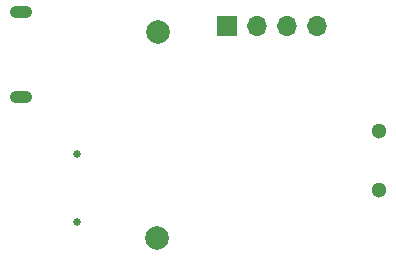
<source format=gbr>
%TF.GenerationSoftware,KiCad,Pcbnew,7.0.1*%
%TF.CreationDate,2024-02-20T00:17:48-05:00*%
%TF.ProjectId,usb test board,75736220-7465-4737-9420-626f6172642e,rev?*%
%TF.SameCoordinates,Original*%
%TF.FileFunction,Soldermask,Bot*%
%TF.FilePolarity,Negative*%
%FSLAX46Y46*%
G04 Gerber Fmt 4.6, Leading zero omitted, Abs format (unit mm)*
G04 Created by KiCad (PCBNEW 7.0.1) date 2024-02-20 00:17:48*
%MOMM*%
%LPD*%
G01*
G04 APERTURE LIST*
%ADD10C,2.000000*%
%ADD11C,1.300000*%
%ADD12R,1.700000X1.700000*%
%ADD13O,1.700000X1.700000*%
%ADD14O,1.900000X1.050000*%
%ADD15C,0.650000*%
G04 APERTURE END LIST*
D10*
%TO.C,J3*%
X99400000Y-92020000D03*
%TD*%
%TO.C,J4*%
X99350000Y-109480000D03*
%TD*%
D11*
%TO.C,J2*%
X118145000Y-105373000D03*
X118145000Y-100373000D03*
%TD*%
D12*
%TO.C,J1*%
X105299000Y-91551000D03*
D13*
X107839000Y-91551000D03*
X110379000Y-91551000D03*
X112919000Y-91551000D03*
%TD*%
D14*
%TO.C,J6*%
X87802000Y-90366000D03*
X87802000Y-97516000D03*
%TD*%
D15*
%TO.C,J5*%
X92608500Y-102362000D03*
X92608500Y-108142000D03*
%TD*%
M02*

</source>
